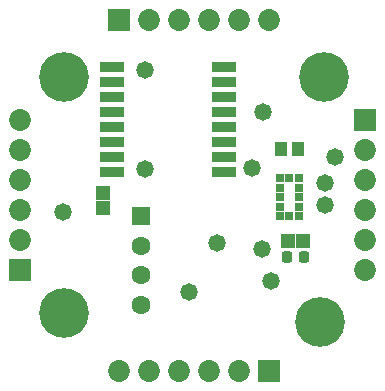
<source format=gts>
G04*
G04 #@! TF.GenerationSoftware,Altium Limited,Altium Designer,25.8.1 (18)*
G04*
G04 Layer_Color=8388736*
%FSLAX25Y25*%
%MOIN*%
G70*
G04*
G04 #@! TF.SameCoordinates,A6EE73D6-A97E-425F-8DD4-44423C1B3C0A*
G04*
G04*
G04 #@! TF.FilePolarity,Negative*
G04*
G01*
G75*
%ADD19R,0.08477X0.03359*%
%ADD20R,0.02769X0.02769*%
%ADD21R,0.04540X0.04540*%
G04:AMPARAMS|DCode=22|XSize=37.92mil|YSize=34mil|CornerRadius=7.25mil|HoleSize=0mil|Usage=FLASHONLY|Rotation=90.000|XOffset=0mil|YOffset=0mil|HoleType=Round|Shape=RoundedRectangle|*
%AMROUNDEDRECTD22*
21,1,0.03792,0.01950,0,0,90.0*
21,1,0.02342,0.03400,0,0,90.0*
1,1,0.01450,0.00975,0.01171*
1,1,0.01450,0.00975,-0.01171*
1,1,0.01450,-0.00975,-0.01171*
1,1,0.01450,-0.00975,0.01171*
%
%ADD22ROUNDEDRECTD22*%
%ADD23R,0.04540X0.04540*%
%ADD24R,0.03950X0.04737*%
%ADD25C,0.07296*%
%ADD26C,0.06312*%
%ADD27R,0.07296X0.07296*%
%ADD28R,0.07296X0.07296*%
%ADD29R,0.06312X0.06312*%
%ADD30C,0.05800*%
%ADD31C,0.16548*%
D19*
X366535Y332677D02*
D03*
X403740Y347677D02*
D03*
X366535Y327677D02*
D03*
Y322677D02*
D03*
Y357677D02*
D03*
X403740Y332677D02*
D03*
Y322677D02*
D03*
Y327677D02*
D03*
Y357677D02*
D03*
Y337677D02*
D03*
Y342677D02*
D03*
Y352677D02*
D03*
X366535D02*
D03*
Y347677D02*
D03*
Y342677D02*
D03*
Y337677D02*
D03*
D20*
X428740Y314173D02*
D03*
Y307874D02*
D03*
X422441D02*
D03*
Y320472D02*
D03*
X428740Y311024D02*
D03*
X425591Y320472D02*
D03*
Y307874D02*
D03*
X422441Y311024D02*
D03*
Y317323D02*
D03*
Y314173D02*
D03*
X428740Y320472D02*
D03*
Y317323D02*
D03*
D21*
X425098Y299606D02*
D03*
X430020D02*
D03*
D22*
X424803Y294094D02*
D03*
X430315D02*
D03*
D23*
X363386Y315551D02*
D03*
Y310630D02*
D03*
D24*
X422638Y330315D02*
D03*
X428543D02*
D03*
D25*
X398661Y373228D02*
D03*
X450787Y309842D02*
D03*
X335827Y320000D02*
D03*
X388661Y256299D02*
D03*
X408661Y373228D02*
D03*
X450787Y319843D02*
D03*
X388661Y373228D02*
D03*
X335827Y310000D02*
D03*
X398661Y256299D02*
D03*
X335827Y330000D02*
D03*
X450787Y299843D02*
D03*
X408661Y256299D02*
D03*
X378661Y373228D02*
D03*
X335827Y300000D02*
D03*
X450787Y329842D02*
D03*
X378661Y256299D02*
D03*
X368661D02*
D03*
X335827Y340000D02*
D03*
X450787Y289843D02*
D03*
X418661Y373228D02*
D03*
D26*
X375984Y288189D02*
D03*
Y278346D02*
D03*
Y298031D02*
D03*
D27*
X450787Y339843D02*
D03*
X335827Y290000D02*
D03*
D28*
X368661Y373228D02*
D03*
X418661Y256299D02*
D03*
D29*
X375984Y307874D02*
D03*
D30*
X377559Y323622D02*
D03*
X416511Y296710D02*
D03*
X350000Y309055D02*
D03*
X377559Y356693D02*
D03*
X419291Y286221D02*
D03*
X437402Y311417D02*
D03*
X440945Y327559D02*
D03*
X437402Y318898D02*
D03*
X416929Y342520D02*
D03*
X401575Y298819D02*
D03*
X412992Y324016D02*
D03*
X392126Y282677D02*
D03*
D31*
X437008Y354331D02*
D03*
X350394D02*
D03*
Y275590D02*
D03*
X435827Y272441D02*
D03*
M02*

</source>
